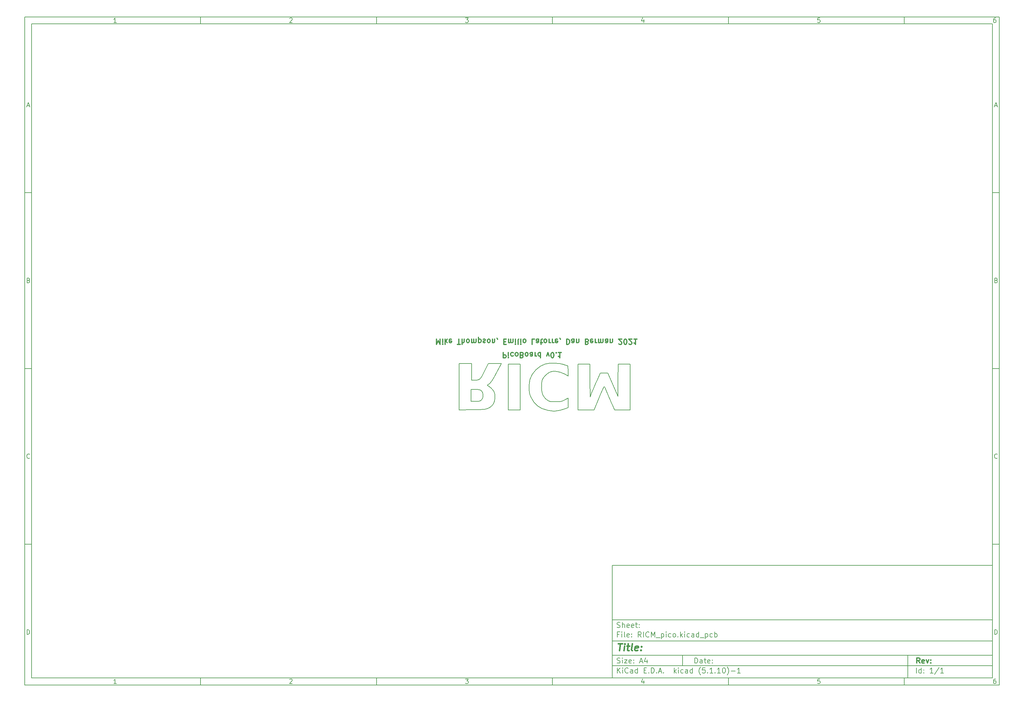
<source format=gbo>
%TF.GenerationSoftware,KiCad,Pcbnew,(5.1.10)-1*%
%TF.CreationDate,2021-07-11T23:03:33-04:00*%
%TF.ProjectId,RICM_pico,5249434d-5f70-4696-936f-2e6b69636164,rev?*%
%TF.SameCoordinates,Original*%
%TF.FileFunction,Legend,Bot*%
%TF.FilePolarity,Positive*%
%FSLAX46Y46*%
G04 Gerber Fmt 4.6, Leading zero omitted, Abs format (unit mm)*
G04 Created by KiCad (PCBNEW (5.1.10)-1) date 2021-07-11 23:03:33*
%MOMM*%
%LPD*%
G01*
G04 APERTURE LIST*
%ADD10C,0.100000*%
%ADD11C,0.150000*%
%ADD12C,0.300000*%
%ADD13C,0.400000*%
%ADD14C,0.200000*%
G04 APERTURE END LIST*
D10*
D11*
X177002200Y-166007200D02*
X177002200Y-198007200D01*
X285002200Y-198007200D01*
X285002200Y-166007200D01*
X177002200Y-166007200D01*
D10*
D11*
X10000000Y-10000000D02*
X10000000Y-200007200D01*
X287002200Y-200007200D01*
X287002200Y-10000000D01*
X10000000Y-10000000D01*
D10*
D11*
X12000000Y-12000000D02*
X12000000Y-198007200D01*
X285002200Y-198007200D01*
X285002200Y-12000000D01*
X12000000Y-12000000D01*
D10*
D11*
X60000000Y-12000000D02*
X60000000Y-10000000D01*
D10*
D11*
X110000000Y-12000000D02*
X110000000Y-10000000D01*
D10*
D11*
X160000000Y-12000000D02*
X160000000Y-10000000D01*
D10*
D11*
X210000000Y-12000000D02*
X210000000Y-10000000D01*
D10*
D11*
X260000000Y-12000000D02*
X260000000Y-10000000D01*
D10*
D11*
X36065476Y-11588095D02*
X35322619Y-11588095D01*
X35694047Y-11588095D02*
X35694047Y-10288095D01*
X35570238Y-10473809D01*
X35446428Y-10597619D01*
X35322619Y-10659523D01*
D10*
D11*
X85322619Y-10411904D02*
X85384523Y-10350000D01*
X85508333Y-10288095D01*
X85817857Y-10288095D01*
X85941666Y-10350000D01*
X86003571Y-10411904D01*
X86065476Y-10535714D01*
X86065476Y-10659523D01*
X86003571Y-10845238D01*
X85260714Y-11588095D01*
X86065476Y-11588095D01*
D10*
D11*
X135260714Y-10288095D02*
X136065476Y-10288095D01*
X135632142Y-10783333D01*
X135817857Y-10783333D01*
X135941666Y-10845238D01*
X136003571Y-10907142D01*
X136065476Y-11030952D01*
X136065476Y-11340476D01*
X136003571Y-11464285D01*
X135941666Y-11526190D01*
X135817857Y-11588095D01*
X135446428Y-11588095D01*
X135322619Y-11526190D01*
X135260714Y-11464285D01*
D10*
D11*
X185941666Y-10721428D02*
X185941666Y-11588095D01*
X185632142Y-10226190D02*
X185322619Y-11154761D01*
X186127380Y-11154761D01*
D10*
D11*
X236003571Y-10288095D02*
X235384523Y-10288095D01*
X235322619Y-10907142D01*
X235384523Y-10845238D01*
X235508333Y-10783333D01*
X235817857Y-10783333D01*
X235941666Y-10845238D01*
X236003571Y-10907142D01*
X236065476Y-11030952D01*
X236065476Y-11340476D01*
X236003571Y-11464285D01*
X235941666Y-11526190D01*
X235817857Y-11588095D01*
X235508333Y-11588095D01*
X235384523Y-11526190D01*
X235322619Y-11464285D01*
D10*
D11*
X285941666Y-10288095D02*
X285694047Y-10288095D01*
X285570238Y-10350000D01*
X285508333Y-10411904D01*
X285384523Y-10597619D01*
X285322619Y-10845238D01*
X285322619Y-11340476D01*
X285384523Y-11464285D01*
X285446428Y-11526190D01*
X285570238Y-11588095D01*
X285817857Y-11588095D01*
X285941666Y-11526190D01*
X286003571Y-11464285D01*
X286065476Y-11340476D01*
X286065476Y-11030952D01*
X286003571Y-10907142D01*
X285941666Y-10845238D01*
X285817857Y-10783333D01*
X285570238Y-10783333D01*
X285446428Y-10845238D01*
X285384523Y-10907142D01*
X285322619Y-11030952D01*
D10*
D11*
X60000000Y-198007200D02*
X60000000Y-200007200D01*
D10*
D11*
X110000000Y-198007200D02*
X110000000Y-200007200D01*
D10*
D11*
X160000000Y-198007200D02*
X160000000Y-200007200D01*
D10*
D11*
X210000000Y-198007200D02*
X210000000Y-200007200D01*
D10*
D11*
X260000000Y-198007200D02*
X260000000Y-200007200D01*
D10*
D11*
X36065476Y-199595295D02*
X35322619Y-199595295D01*
X35694047Y-199595295D02*
X35694047Y-198295295D01*
X35570238Y-198481009D01*
X35446428Y-198604819D01*
X35322619Y-198666723D01*
D10*
D11*
X85322619Y-198419104D02*
X85384523Y-198357200D01*
X85508333Y-198295295D01*
X85817857Y-198295295D01*
X85941666Y-198357200D01*
X86003571Y-198419104D01*
X86065476Y-198542914D01*
X86065476Y-198666723D01*
X86003571Y-198852438D01*
X85260714Y-199595295D01*
X86065476Y-199595295D01*
D10*
D11*
X135260714Y-198295295D02*
X136065476Y-198295295D01*
X135632142Y-198790533D01*
X135817857Y-198790533D01*
X135941666Y-198852438D01*
X136003571Y-198914342D01*
X136065476Y-199038152D01*
X136065476Y-199347676D01*
X136003571Y-199471485D01*
X135941666Y-199533390D01*
X135817857Y-199595295D01*
X135446428Y-199595295D01*
X135322619Y-199533390D01*
X135260714Y-199471485D01*
D10*
D11*
X185941666Y-198728628D02*
X185941666Y-199595295D01*
X185632142Y-198233390D02*
X185322619Y-199161961D01*
X186127380Y-199161961D01*
D10*
D11*
X236003571Y-198295295D02*
X235384523Y-198295295D01*
X235322619Y-198914342D01*
X235384523Y-198852438D01*
X235508333Y-198790533D01*
X235817857Y-198790533D01*
X235941666Y-198852438D01*
X236003571Y-198914342D01*
X236065476Y-199038152D01*
X236065476Y-199347676D01*
X236003571Y-199471485D01*
X235941666Y-199533390D01*
X235817857Y-199595295D01*
X235508333Y-199595295D01*
X235384523Y-199533390D01*
X235322619Y-199471485D01*
D10*
D11*
X285941666Y-198295295D02*
X285694047Y-198295295D01*
X285570238Y-198357200D01*
X285508333Y-198419104D01*
X285384523Y-198604819D01*
X285322619Y-198852438D01*
X285322619Y-199347676D01*
X285384523Y-199471485D01*
X285446428Y-199533390D01*
X285570238Y-199595295D01*
X285817857Y-199595295D01*
X285941666Y-199533390D01*
X286003571Y-199471485D01*
X286065476Y-199347676D01*
X286065476Y-199038152D01*
X286003571Y-198914342D01*
X285941666Y-198852438D01*
X285817857Y-198790533D01*
X285570238Y-198790533D01*
X285446428Y-198852438D01*
X285384523Y-198914342D01*
X285322619Y-199038152D01*
D10*
D11*
X10000000Y-60000000D02*
X12000000Y-60000000D01*
D10*
D11*
X10000000Y-110000000D02*
X12000000Y-110000000D01*
D10*
D11*
X10000000Y-160000000D02*
X12000000Y-160000000D01*
D10*
D11*
X10690476Y-35216666D02*
X11309523Y-35216666D01*
X10566666Y-35588095D02*
X11000000Y-34288095D01*
X11433333Y-35588095D01*
D10*
D11*
X11092857Y-84907142D02*
X11278571Y-84969047D01*
X11340476Y-85030952D01*
X11402380Y-85154761D01*
X11402380Y-85340476D01*
X11340476Y-85464285D01*
X11278571Y-85526190D01*
X11154761Y-85588095D01*
X10659523Y-85588095D01*
X10659523Y-84288095D01*
X11092857Y-84288095D01*
X11216666Y-84350000D01*
X11278571Y-84411904D01*
X11340476Y-84535714D01*
X11340476Y-84659523D01*
X11278571Y-84783333D01*
X11216666Y-84845238D01*
X11092857Y-84907142D01*
X10659523Y-84907142D01*
D10*
D11*
X11402380Y-135464285D02*
X11340476Y-135526190D01*
X11154761Y-135588095D01*
X11030952Y-135588095D01*
X10845238Y-135526190D01*
X10721428Y-135402380D01*
X10659523Y-135278571D01*
X10597619Y-135030952D01*
X10597619Y-134845238D01*
X10659523Y-134597619D01*
X10721428Y-134473809D01*
X10845238Y-134350000D01*
X11030952Y-134288095D01*
X11154761Y-134288095D01*
X11340476Y-134350000D01*
X11402380Y-134411904D01*
D10*
D11*
X10659523Y-185588095D02*
X10659523Y-184288095D01*
X10969047Y-184288095D01*
X11154761Y-184350000D01*
X11278571Y-184473809D01*
X11340476Y-184597619D01*
X11402380Y-184845238D01*
X11402380Y-185030952D01*
X11340476Y-185278571D01*
X11278571Y-185402380D01*
X11154761Y-185526190D01*
X10969047Y-185588095D01*
X10659523Y-185588095D01*
D10*
D11*
X287002200Y-60000000D02*
X285002200Y-60000000D01*
D10*
D11*
X287002200Y-110000000D02*
X285002200Y-110000000D01*
D10*
D11*
X287002200Y-160000000D02*
X285002200Y-160000000D01*
D10*
D11*
X285692676Y-35216666D02*
X286311723Y-35216666D01*
X285568866Y-35588095D02*
X286002200Y-34288095D01*
X286435533Y-35588095D01*
D10*
D11*
X286095057Y-84907142D02*
X286280771Y-84969047D01*
X286342676Y-85030952D01*
X286404580Y-85154761D01*
X286404580Y-85340476D01*
X286342676Y-85464285D01*
X286280771Y-85526190D01*
X286156961Y-85588095D01*
X285661723Y-85588095D01*
X285661723Y-84288095D01*
X286095057Y-84288095D01*
X286218866Y-84350000D01*
X286280771Y-84411904D01*
X286342676Y-84535714D01*
X286342676Y-84659523D01*
X286280771Y-84783333D01*
X286218866Y-84845238D01*
X286095057Y-84907142D01*
X285661723Y-84907142D01*
D10*
D11*
X286404580Y-135464285D02*
X286342676Y-135526190D01*
X286156961Y-135588095D01*
X286033152Y-135588095D01*
X285847438Y-135526190D01*
X285723628Y-135402380D01*
X285661723Y-135278571D01*
X285599819Y-135030952D01*
X285599819Y-134845238D01*
X285661723Y-134597619D01*
X285723628Y-134473809D01*
X285847438Y-134350000D01*
X286033152Y-134288095D01*
X286156961Y-134288095D01*
X286342676Y-134350000D01*
X286404580Y-134411904D01*
D10*
D11*
X285661723Y-185588095D02*
X285661723Y-184288095D01*
X285971247Y-184288095D01*
X286156961Y-184350000D01*
X286280771Y-184473809D01*
X286342676Y-184597619D01*
X286404580Y-184845238D01*
X286404580Y-185030952D01*
X286342676Y-185278571D01*
X286280771Y-185402380D01*
X286156961Y-185526190D01*
X285971247Y-185588095D01*
X285661723Y-185588095D01*
D10*
D11*
X200434342Y-193785771D02*
X200434342Y-192285771D01*
X200791485Y-192285771D01*
X201005771Y-192357200D01*
X201148628Y-192500057D01*
X201220057Y-192642914D01*
X201291485Y-192928628D01*
X201291485Y-193142914D01*
X201220057Y-193428628D01*
X201148628Y-193571485D01*
X201005771Y-193714342D01*
X200791485Y-193785771D01*
X200434342Y-193785771D01*
X202577200Y-193785771D02*
X202577200Y-193000057D01*
X202505771Y-192857200D01*
X202362914Y-192785771D01*
X202077200Y-192785771D01*
X201934342Y-192857200D01*
X202577200Y-193714342D02*
X202434342Y-193785771D01*
X202077200Y-193785771D01*
X201934342Y-193714342D01*
X201862914Y-193571485D01*
X201862914Y-193428628D01*
X201934342Y-193285771D01*
X202077200Y-193214342D01*
X202434342Y-193214342D01*
X202577200Y-193142914D01*
X203077200Y-192785771D02*
X203648628Y-192785771D01*
X203291485Y-192285771D02*
X203291485Y-193571485D01*
X203362914Y-193714342D01*
X203505771Y-193785771D01*
X203648628Y-193785771D01*
X204720057Y-193714342D02*
X204577200Y-193785771D01*
X204291485Y-193785771D01*
X204148628Y-193714342D01*
X204077200Y-193571485D01*
X204077200Y-193000057D01*
X204148628Y-192857200D01*
X204291485Y-192785771D01*
X204577200Y-192785771D01*
X204720057Y-192857200D01*
X204791485Y-193000057D01*
X204791485Y-193142914D01*
X204077200Y-193285771D01*
X205434342Y-193642914D02*
X205505771Y-193714342D01*
X205434342Y-193785771D01*
X205362914Y-193714342D01*
X205434342Y-193642914D01*
X205434342Y-193785771D01*
X205434342Y-192857200D02*
X205505771Y-192928628D01*
X205434342Y-193000057D01*
X205362914Y-192928628D01*
X205434342Y-192857200D01*
X205434342Y-193000057D01*
D10*
D11*
X177002200Y-194507200D02*
X285002200Y-194507200D01*
D10*
D11*
X178434342Y-196585771D02*
X178434342Y-195085771D01*
X179291485Y-196585771D02*
X178648628Y-195728628D01*
X179291485Y-195085771D02*
X178434342Y-195942914D01*
X179934342Y-196585771D02*
X179934342Y-195585771D01*
X179934342Y-195085771D02*
X179862914Y-195157200D01*
X179934342Y-195228628D01*
X180005771Y-195157200D01*
X179934342Y-195085771D01*
X179934342Y-195228628D01*
X181505771Y-196442914D02*
X181434342Y-196514342D01*
X181220057Y-196585771D01*
X181077200Y-196585771D01*
X180862914Y-196514342D01*
X180720057Y-196371485D01*
X180648628Y-196228628D01*
X180577200Y-195942914D01*
X180577200Y-195728628D01*
X180648628Y-195442914D01*
X180720057Y-195300057D01*
X180862914Y-195157200D01*
X181077200Y-195085771D01*
X181220057Y-195085771D01*
X181434342Y-195157200D01*
X181505771Y-195228628D01*
X182791485Y-196585771D02*
X182791485Y-195800057D01*
X182720057Y-195657200D01*
X182577200Y-195585771D01*
X182291485Y-195585771D01*
X182148628Y-195657200D01*
X182791485Y-196514342D02*
X182648628Y-196585771D01*
X182291485Y-196585771D01*
X182148628Y-196514342D01*
X182077200Y-196371485D01*
X182077200Y-196228628D01*
X182148628Y-196085771D01*
X182291485Y-196014342D01*
X182648628Y-196014342D01*
X182791485Y-195942914D01*
X184148628Y-196585771D02*
X184148628Y-195085771D01*
X184148628Y-196514342D02*
X184005771Y-196585771D01*
X183720057Y-196585771D01*
X183577200Y-196514342D01*
X183505771Y-196442914D01*
X183434342Y-196300057D01*
X183434342Y-195871485D01*
X183505771Y-195728628D01*
X183577200Y-195657200D01*
X183720057Y-195585771D01*
X184005771Y-195585771D01*
X184148628Y-195657200D01*
X186005771Y-195800057D02*
X186505771Y-195800057D01*
X186720057Y-196585771D02*
X186005771Y-196585771D01*
X186005771Y-195085771D01*
X186720057Y-195085771D01*
X187362914Y-196442914D02*
X187434342Y-196514342D01*
X187362914Y-196585771D01*
X187291485Y-196514342D01*
X187362914Y-196442914D01*
X187362914Y-196585771D01*
X188077200Y-196585771D02*
X188077200Y-195085771D01*
X188434342Y-195085771D01*
X188648628Y-195157200D01*
X188791485Y-195300057D01*
X188862914Y-195442914D01*
X188934342Y-195728628D01*
X188934342Y-195942914D01*
X188862914Y-196228628D01*
X188791485Y-196371485D01*
X188648628Y-196514342D01*
X188434342Y-196585771D01*
X188077200Y-196585771D01*
X189577200Y-196442914D02*
X189648628Y-196514342D01*
X189577200Y-196585771D01*
X189505771Y-196514342D01*
X189577200Y-196442914D01*
X189577200Y-196585771D01*
X190220057Y-196157200D02*
X190934342Y-196157200D01*
X190077200Y-196585771D02*
X190577200Y-195085771D01*
X191077200Y-196585771D01*
X191577200Y-196442914D02*
X191648628Y-196514342D01*
X191577200Y-196585771D01*
X191505771Y-196514342D01*
X191577200Y-196442914D01*
X191577200Y-196585771D01*
X194577200Y-196585771D02*
X194577200Y-195085771D01*
X194720057Y-196014342D02*
X195148628Y-196585771D01*
X195148628Y-195585771D02*
X194577200Y-196157200D01*
X195791485Y-196585771D02*
X195791485Y-195585771D01*
X195791485Y-195085771D02*
X195720057Y-195157200D01*
X195791485Y-195228628D01*
X195862914Y-195157200D01*
X195791485Y-195085771D01*
X195791485Y-195228628D01*
X197148628Y-196514342D02*
X197005771Y-196585771D01*
X196720057Y-196585771D01*
X196577200Y-196514342D01*
X196505771Y-196442914D01*
X196434342Y-196300057D01*
X196434342Y-195871485D01*
X196505771Y-195728628D01*
X196577200Y-195657200D01*
X196720057Y-195585771D01*
X197005771Y-195585771D01*
X197148628Y-195657200D01*
X198434342Y-196585771D02*
X198434342Y-195800057D01*
X198362914Y-195657200D01*
X198220057Y-195585771D01*
X197934342Y-195585771D01*
X197791485Y-195657200D01*
X198434342Y-196514342D02*
X198291485Y-196585771D01*
X197934342Y-196585771D01*
X197791485Y-196514342D01*
X197720057Y-196371485D01*
X197720057Y-196228628D01*
X197791485Y-196085771D01*
X197934342Y-196014342D01*
X198291485Y-196014342D01*
X198434342Y-195942914D01*
X199791485Y-196585771D02*
X199791485Y-195085771D01*
X199791485Y-196514342D02*
X199648628Y-196585771D01*
X199362914Y-196585771D01*
X199220057Y-196514342D01*
X199148628Y-196442914D01*
X199077200Y-196300057D01*
X199077200Y-195871485D01*
X199148628Y-195728628D01*
X199220057Y-195657200D01*
X199362914Y-195585771D01*
X199648628Y-195585771D01*
X199791485Y-195657200D01*
X202077200Y-197157200D02*
X202005771Y-197085771D01*
X201862914Y-196871485D01*
X201791485Y-196728628D01*
X201720057Y-196514342D01*
X201648628Y-196157200D01*
X201648628Y-195871485D01*
X201720057Y-195514342D01*
X201791485Y-195300057D01*
X201862914Y-195157200D01*
X202005771Y-194942914D01*
X202077200Y-194871485D01*
X203362914Y-195085771D02*
X202648628Y-195085771D01*
X202577200Y-195800057D01*
X202648628Y-195728628D01*
X202791485Y-195657200D01*
X203148628Y-195657200D01*
X203291485Y-195728628D01*
X203362914Y-195800057D01*
X203434342Y-195942914D01*
X203434342Y-196300057D01*
X203362914Y-196442914D01*
X203291485Y-196514342D01*
X203148628Y-196585771D01*
X202791485Y-196585771D01*
X202648628Y-196514342D01*
X202577200Y-196442914D01*
X204077200Y-196442914D02*
X204148628Y-196514342D01*
X204077200Y-196585771D01*
X204005771Y-196514342D01*
X204077200Y-196442914D01*
X204077200Y-196585771D01*
X205577200Y-196585771D02*
X204720057Y-196585771D01*
X205148628Y-196585771D02*
X205148628Y-195085771D01*
X205005771Y-195300057D01*
X204862914Y-195442914D01*
X204720057Y-195514342D01*
X206220057Y-196442914D02*
X206291485Y-196514342D01*
X206220057Y-196585771D01*
X206148628Y-196514342D01*
X206220057Y-196442914D01*
X206220057Y-196585771D01*
X207720057Y-196585771D02*
X206862914Y-196585771D01*
X207291485Y-196585771D02*
X207291485Y-195085771D01*
X207148628Y-195300057D01*
X207005771Y-195442914D01*
X206862914Y-195514342D01*
X208648628Y-195085771D02*
X208791485Y-195085771D01*
X208934342Y-195157200D01*
X209005771Y-195228628D01*
X209077200Y-195371485D01*
X209148628Y-195657200D01*
X209148628Y-196014342D01*
X209077200Y-196300057D01*
X209005771Y-196442914D01*
X208934342Y-196514342D01*
X208791485Y-196585771D01*
X208648628Y-196585771D01*
X208505771Y-196514342D01*
X208434342Y-196442914D01*
X208362914Y-196300057D01*
X208291485Y-196014342D01*
X208291485Y-195657200D01*
X208362914Y-195371485D01*
X208434342Y-195228628D01*
X208505771Y-195157200D01*
X208648628Y-195085771D01*
X209648628Y-197157200D02*
X209720057Y-197085771D01*
X209862914Y-196871485D01*
X209934342Y-196728628D01*
X210005771Y-196514342D01*
X210077200Y-196157200D01*
X210077200Y-195871485D01*
X210005771Y-195514342D01*
X209934342Y-195300057D01*
X209862914Y-195157200D01*
X209720057Y-194942914D01*
X209648628Y-194871485D01*
X210791485Y-196014342D02*
X211934342Y-196014342D01*
X213434342Y-196585771D02*
X212577200Y-196585771D01*
X213005771Y-196585771D02*
X213005771Y-195085771D01*
X212862914Y-195300057D01*
X212720057Y-195442914D01*
X212577200Y-195514342D01*
D10*
D11*
X177002200Y-191507200D02*
X285002200Y-191507200D01*
D10*
D12*
X264411485Y-193785771D02*
X263911485Y-193071485D01*
X263554342Y-193785771D02*
X263554342Y-192285771D01*
X264125771Y-192285771D01*
X264268628Y-192357200D01*
X264340057Y-192428628D01*
X264411485Y-192571485D01*
X264411485Y-192785771D01*
X264340057Y-192928628D01*
X264268628Y-193000057D01*
X264125771Y-193071485D01*
X263554342Y-193071485D01*
X265625771Y-193714342D02*
X265482914Y-193785771D01*
X265197200Y-193785771D01*
X265054342Y-193714342D01*
X264982914Y-193571485D01*
X264982914Y-193000057D01*
X265054342Y-192857200D01*
X265197200Y-192785771D01*
X265482914Y-192785771D01*
X265625771Y-192857200D01*
X265697200Y-193000057D01*
X265697200Y-193142914D01*
X264982914Y-193285771D01*
X266197200Y-192785771D02*
X266554342Y-193785771D01*
X266911485Y-192785771D01*
X267482914Y-193642914D02*
X267554342Y-193714342D01*
X267482914Y-193785771D01*
X267411485Y-193714342D01*
X267482914Y-193642914D01*
X267482914Y-193785771D01*
X267482914Y-192857200D02*
X267554342Y-192928628D01*
X267482914Y-193000057D01*
X267411485Y-192928628D01*
X267482914Y-192857200D01*
X267482914Y-193000057D01*
D10*
D11*
X178362914Y-193714342D02*
X178577200Y-193785771D01*
X178934342Y-193785771D01*
X179077200Y-193714342D01*
X179148628Y-193642914D01*
X179220057Y-193500057D01*
X179220057Y-193357200D01*
X179148628Y-193214342D01*
X179077200Y-193142914D01*
X178934342Y-193071485D01*
X178648628Y-193000057D01*
X178505771Y-192928628D01*
X178434342Y-192857200D01*
X178362914Y-192714342D01*
X178362914Y-192571485D01*
X178434342Y-192428628D01*
X178505771Y-192357200D01*
X178648628Y-192285771D01*
X179005771Y-192285771D01*
X179220057Y-192357200D01*
X179862914Y-193785771D02*
X179862914Y-192785771D01*
X179862914Y-192285771D02*
X179791485Y-192357200D01*
X179862914Y-192428628D01*
X179934342Y-192357200D01*
X179862914Y-192285771D01*
X179862914Y-192428628D01*
X180434342Y-192785771D02*
X181220057Y-192785771D01*
X180434342Y-193785771D01*
X181220057Y-193785771D01*
X182362914Y-193714342D02*
X182220057Y-193785771D01*
X181934342Y-193785771D01*
X181791485Y-193714342D01*
X181720057Y-193571485D01*
X181720057Y-193000057D01*
X181791485Y-192857200D01*
X181934342Y-192785771D01*
X182220057Y-192785771D01*
X182362914Y-192857200D01*
X182434342Y-193000057D01*
X182434342Y-193142914D01*
X181720057Y-193285771D01*
X183077200Y-193642914D02*
X183148628Y-193714342D01*
X183077200Y-193785771D01*
X183005771Y-193714342D01*
X183077200Y-193642914D01*
X183077200Y-193785771D01*
X183077200Y-192857200D02*
X183148628Y-192928628D01*
X183077200Y-193000057D01*
X183005771Y-192928628D01*
X183077200Y-192857200D01*
X183077200Y-193000057D01*
X184862914Y-193357200D02*
X185577200Y-193357200D01*
X184720057Y-193785771D02*
X185220057Y-192285771D01*
X185720057Y-193785771D01*
X186862914Y-192785771D02*
X186862914Y-193785771D01*
X186505771Y-192214342D02*
X186148628Y-193285771D01*
X187077200Y-193285771D01*
D10*
D11*
X263434342Y-196585771D02*
X263434342Y-195085771D01*
X264791485Y-196585771D02*
X264791485Y-195085771D01*
X264791485Y-196514342D02*
X264648628Y-196585771D01*
X264362914Y-196585771D01*
X264220057Y-196514342D01*
X264148628Y-196442914D01*
X264077200Y-196300057D01*
X264077200Y-195871485D01*
X264148628Y-195728628D01*
X264220057Y-195657200D01*
X264362914Y-195585771D01*
X264648628Y-195585771D01*
X264791485Y-195657200D01*
X265505771Y-196442914D02*
X265577200Y-196514342D01*
X265505771Y-196585771D01*
X265434342Y-196514342D01*
X265505771Y-196442914D01*
X265505771Y-196585771D01*
X265505771Y-195657200D02*
X265577200Y-195728628D01*
X265505771Y-195800057D01*
X265434342Y-195728628D01*
X265505771Y-195657200D01*
X265505771Y-195800057D01*
X268148628Y-196585771D02*
X267291485Y-196585771D01*
X267720057Y-196585771D02*
X267720057Y-195085771D01*
X267577200Y-195300057D01*
X267434342Y-195442914D01*
X267291485Y-195514342D01*
X269862914Y-195014342D02*
X268577200Y-196942914D01*
X271148628Y-196585771D02*
X270291485Y-196585771D01*
X270720057Y-196585771D02*
X270720057Y-195085771D01*
X270577200Y-195300057D01*
X270434342Y-195442914D01*
X270291485Y-195514342D01*
D10*
D11*
X177002200Y-187507200D02*
X285002200Y-187507200D01*
D10*
D13*
X178714580Y-188211961D02*
X179857438Y-188211961D01*
X179036009Y-190211961D02*
X179286009Y-188211961D01*
X180274104Y-190211961D02*
X180440771Y-188878628D01*
X180524104Y-188211961D02*
X180416961Y-188307200D01*
X180500295Y-188402438D01*
X180607438Y-188307200D01*
X180524104Y-188211961D01*
X180500295Y-188402438D01*
X181107438Y-188878628D02*
X181869342Y-188878628D01*
X181476485Y-188211961D02*
X181262200Y-189926247D01*
X181333628Y-190116723D01*
X181512200Y-190211961D01*
X181702676Y-190211961D01*
X182655057Y-190211961D02*
X182476485Y-190116723D01*
X182405057Y-189926247D01*
X182619342Y-188211961D01*
X184190771Y-190116723D02*
X183988390Y-190211961D01*
X183607438Y-190211961D01*
X183428866Y-190116723D01*
X183357438Y-189926247D01*
X183452676Y-189164342D01*
X183571723Y-188973866D01*
X183774104Y-188878628D01*
X184155057Y-188878628D01*
X184333628Y-188973866D01*
X184405057Y-189164342D01*
X184381247Y-189354819D01*
X183405057Y-189545295D01*
X185155057Y-190021485D02*
X185238390Y-190116723D01*
X185131247Y-190211961D01*
X185047914Y-190116723D01*
X185155057Y-190021485D01*
X185131247Y-190211961D01*
X185286009Y-188973866D02*
X185369342Y-189069104D01*
X185262200Y-189164342D01*
X185178866Y-189069104D01*
X185286009Y-188973866D01*
X185262200Y-189164342D01*
D10*
D11*
X178934342Y-185600057D02*
X178434342Y-185600057D01*
X178434342Y-186385771D02*
X178434342Y-184885771D01*
X179148628Y-184885771D01*
X179720057Y-186385771D02*
X179720057Y-185385771D01*
X179720057Y-184885771D02*
X179648628Y-184957200D01*
X179720057Y-185028628D01*
X179791485Y-184957200D01*
X179720057Y-184885771D01*
X179720057Y-185028628D01*
X180648628Y-186385771D02*
X180505771Y-186314342D01*
X180434342Y-186171485D01*
X180434342Y-184885771D01*
X181791485Y-186314342D02*
X181648628Y-186385771D01*
X181362914Y-186385771D01*
X181220057Y-186314342D01*
X181148628Y-186171485D01*
X181148628Y-185600057D01*
X181220057Y-185457200D01*
X181362914Y-185385771D01*
X181648628Y-185385771D01*
X181791485Y-185457200D01*
X181862914Y-185600057D01*
X181862914Y-185742914D01*
X181148628Y-185885771D01*
X182505771Y-186242914D02*
X182577200Y-186314342D01*
X182505771Y-186385771D01*
X182434342Y-186314342D01*
X182505771Y-186242914D01*
X182505771Y-186385771D01*
X182505771Y-185457200D02*
X182577200Y-185528628D01*
X182505771Y-185600057D01*
X182434342Y-185528628D01*
X182505771Y-185457200D01*
X182505771Y-185600057D01*
X185220057Y-186385771D02*
X184720057Y-185671485D01*
X184362914Y-186385771D02*
X184362914Y-184885771D01*
X184934342Y-184885771D01*
X185077200Y-184957200D01*
X185148628Y-185028628D01*
X185220057Y-185171485D01*
X185220057Y-185385771D01*
X185148628Y-185528628D01*
X185077200Y-185600057D01*
X184934342Y-185671485D01*
X184362914Y-185671485D01*
X185862914Y-186385771D02*
X185862914Y-184885771D01*
X187434342Y-186242914D02*
X187362914Y-186314342D01*
X187148628Y-186385771D01*
X187005771Y-186385771D01*
X186791485Y-186314342D01*
X186648628Y-186171485D01*
X186577200Y-186028628D01*
X186505771Y-185742914D01*
X186505771Y-185528628D01*
X186577200Y-185242914D01*
X186648628Y-185100057D01*
X186791485Y-184957200D01*
X187005771Y-184885771D01*
X187148628Y-184885771D01*
X187362914Y-184957200D01*
X187434342Y-185028628D01*
X188077200Y-186385771D02*
X188077200Y-184885771D01*
X188577200Y-185957200D01*
X189077200Y-184885771D01*
X189077200Y-186385771D01*
X189434342Y-186528628D02*
X190577200Y-186528628D01*
X190934342Y-185385771D02*
X190934342Y-186885771D01*
X190934342Y-185457200D02*
X191077200Y-185385771D01*
X191362914Y-185385771D01*
X191505771Y-185457200D01*
X191577200Y-185528628D01*
X191648628Y-185671485D01*
X191648628Y-186100057D01*
X191577200Y-186242914D01*
X191505771Y-186314342D01*
X191362914Y-186385771D01*
X191077200Y-186385771D01*
X190934342Y-186314342D01*
X192291485Y-186385771D02*
X192291485Y-185385771D01*
X192291485Y-184885771D02*
X192220057Y-184957200D01*
X192291485Y-185028628D01*
X192362914Y-184957200D01*
X192291485Y-184885771D01*
X192291485Y-185028628D01*
X193648628Y-186314342D02*
X193505771Y-186385771D01*
X193220057Y-186385771D01*
X193077200Y-186314342D01*
X193005771Y-186242914D01*
X192934342Y-186100057D01*
X192934342Y-185671485D01*
X193005771Y-185528628D01*
X193077200Y-185457200D01*
X193220057Y-185385771D01*
X193505771Y-185385771D01*
X193648628Y-185457200D01*
X194505771Y-186385771D02*
X194362914Y-186314342D01*
X194291485Y-186242914D01*
X194220057Y-186100057D01*
X194220057Y-185671485D01*
X194291485Y-185528628D01*
X194362914Y-185457200D01*
X194505771Y-185385771D01*
X194720057Y-185385771D01*
X194862914Y-185457200D01*
X194934342Y-185528628D01*
X195005771Y-185671485D01*
X195005771Y-186100057D01*
X194934342Y-186242914D01*
X194862914Y-186314342D01*
X194720057Y-186385771D01*
X194505771Y-186385771D01*
X195648628Y-186242914D02*
X195720057Y-186314342D01*
X195648628Y-186385771D01*
X195577200Y-186314342D01*
X195648628Y-186242914D01*
X195648628Y-186385771D01*
X196362914Y-186385771D02*
X196362914Y-184885771D01*
X196505771Y-185814342D02*
X196934342Y-186385771D01*
X196934342Y-185385771D02*
X196362914Y-185957200D01*
X197577200Y-186385771D02*
X197577200Y-185385771D01*
X197577200Y-184885771D02*
X197505771Y-184957200D01*
X197577200Y-185028628D01*
X197648628Y-184957200D01*
X197577200Y-184885771D01*
X197577200Y-185028628D01*
X198934342Y-186314342D02*
X198791485Y-186385771D01*
X198505771Y-186385771D01*
X198362914Y-186314342D01*
X198291485Y-186242914D01*
X198220057Y-186100057D01*
X198220057Y-185671485D01*
X198291485Y-185528628D01*
X198362914Y-185457200D01*
X198505771Y-185385771D01*
X198791485Y-185385771D01*
X198934342Y-185457200D01*
X200220057Y-186385771D02*
X200220057Y-185600057D01*
X200148628Y-185457200D01*
X200005771Y-185385771D01*
X199720057Y-185385771D01*
X199577200Y-185457200D01*
X200220057Y-186314342D02*
X200077200Y-186385771D01*
X199720057Y-186385771D01*
X199577200Y-186314342D01*
X199505771Y-186171485D01*
X199505771Y-186028628D01*
X199577200Y-185885771D01*
X199720057Y-185814342D01*
X200077200Y-185814342D01*
X200220057Y-185742914D01*
X201577200Y-186385771D02*
X201577200Y-184885771D01*
X201577200Y-186314342D02*
X201434342Y-186385771D01*
X201148628Y-186385771D01*
X201005771Y-186314342D01*
X200934342Y-186242914D01*
X200862914Y-186100057D01*
X200862914Y-185671485D01*
X200934342Y-185528628D01*
X201005771Y-185457200D01*
X201148628Y-185385771D01*
X201434342Y-185385771D01*
X201577200Y-185457200D01*
X201934342Y-186528628D02*
X203077200Y-186528628D01*
X203434342Y-185385771D02*
X203434342Y-186885771D01*
X203434342Y-185457200D02*
X203577200Y-185385771D01*
X203862914Y-185385771D01*
X204005771Y-185457200D01*
X204077200Y-185528628D01*
X204148628Y-185671485D01*
X204148628Y-186100057D01*
X204077200Y-186242914D01*
X204005771Y-186314342D01*
X203862914Y-186385771D01*
X203577200Y-186385771D01*
X203434342Y-186314342D01*
X205434342Y-186314342D02*
X205291485Y-186385771D01*
X205005771Y-186385771D01*
X204862914Y-186314342D01*
X204791485Y-186242914D01*
X204720057Y-186100057D01*
X204720057Y-185671485D01*
X204791485Y-185528628D01*
X204862914Y-185457200D01*
X205005771Y-185385771D01*
X205291485Y-185385771D01*
X205434342Y-185457200D01*
X206077200Y-186385771D02*
X206077200Y-184885771D01*
X206077200Y-185457200D02*
X206220057Y-185385771D01*
X206505771Y-185385771D01*
X206648628Y-185457200D01*
X206720057Y-185528628D01*
X206791485Y-185671485D01*
X206791485Y-186100057D01*
X206720057Y-186242914D01*
X206648628Y-186314342D01*
X206505771Y-186385771D01*
X206220057Y-186385771D01*
X206077200Y-186314342D01*
D10*
D11*
X177002200Y-181507200D02*
X285002200Y-181507200D01*
D10*
D11*
X178362914Y-183614342D02*
X178577200Y-183685771D01*
X178934342Y-183685771D01*
X179077200Y-183614342D01*
X179148628Y-183542914D01*
X179220057Y-183400057D01*
X179220057Y-183257200D01*
X179148628Y-183114342D01*
X179077200Y-183042914D01*
X178934342Y-182971485D01*
X178648628Y-182900057D01*
X178505771Y-182828628D01*
X178434342Y-182757200D01*
X178362914Y-182614342D01*
X178362914Y-182471485D01*
X178434342Y-182328628D01*
X178505771Y-182257200D01*
X178648628Y-182185771D01*
X179005771Y-182185771D01*
X179220057Y-182257200D01*
X179862914Y-183685771D02*
X179862914Y-182185771D01*
X180505771Y-183685771D02*
X180505771Y-182900057D01*
X180434342Y-182757200D01*
X180291485Y-182685771D01*
X180077200Y-182685771D01*
X179934342Y-182757200D01*
X179862914Y-182828628D01*
X181791485Y-183614342D02*
X181648628Y-183685771D01*
X181362914Y-183685771D01*
X181220057Y-183614342D01*
X181148628Y-183471485D01*
X181148628Y-182900057D01*
X181220057Y-182757200D01*
X181362914Y-182685771D01*
X181648628Y-182685771D01*
X181791485Y-182757200D01*
X181862914Y-182900057D01*
X181862914Y-183042914D01*
X181148628Y-183185771D01*
X183077200Y-183614342D02*
X182934342Y-183685771D01*
X182648628Y-183685771D01*
X182505771Y-183614342D01*
X182434342Y-183471485D01*
X182434342Y-182900057D01*
X182505771Y-182757200D01*
X182648628Y-182685771D01*
X182934342Y-182685771D01*
X183077200Y-182757200D01*
X183148628Y-182900057D01*
X183148628Y-183042914D01*
X182434342Y-183185771D01*
X183577200Y-182685771D02*
X184148628Y-182685771D01*
X183791485Y-182185771D02*
X183791485Y-183471485D01*
X183862914Y-183614342D01*
X184005771Y-183685771D01*
X184148628Y-183685771D01*
X184648628Y-183542914D02*
X184720057Y-183614342D01*
X184648628Y-183685771D01*
X184577200Y-183614342D01*
X184648628Y-183542914D01*
X184648628Y-183685771D01*
X184648628Y-182757200D02*
X184720057Y-182828628D01*
X184648628Y-182900057D01*
X184577200Y-182828628D01*
X184648628Y-182757200D01*
X184648628Y-182900057D01*
D10*
D11*
X197002200Y-191507200D02*
X197002200Y-194507200D01*
D10*
D11*
X261002200Y-191507200D02*
X261002200Y-198007200D01*
D14*
X164463200Y-121091400D02*
X163627560Y-121477986D01*
X164463200Y-119737582D02*
X164463200Y-121091400D01*
X153614529Y-117503530D02*
G75*
G03*
X153881464Y-118147625I6962471J2508130D01*
G01*
X153464043Y-116950014D02*
G75*
G03*
X153616329Y-117508520I3546932J667118D01*
G01*
X163267357Y-111486675D02*
G75*
G03*
X162219711Y-111061459I-3384811J-6836284D01*
G01*
X162214892Y-111059910D02*
G75*
G03*
X161170185Y-110821707I-1897511J-5912042D01*
G01*
X156941096Y-121344592D02*
G75*
G03*
X158496408Y-121840846I3378343J7902687D01*
G01*
X154714532Y-119560587D02*
G75*
G03*
X155711248Y-120607949I4346294J3138185D01*
G01*
X156565936Y-109332327D02*
G75*
G03*
X155284796Y-110363263I4143272J-6460330D01*
G01*
X164421428Y-110680085D02*
X164479583Y-112087510D01*
X160627355Y-108476575D02*
G75*
G03*
X159094496Y-108506748I-468619J-15144629D01*
G01*
X153390943Y-116329633D02*
G75*
G03*
X153464395Y-116951885I4542539J220750D01*
G01*
X153390752Y-116325675D02*
X153372166Y-115447625D01*
X153393374Y-114773997D02*
X153449976Y-114073073D01*
X153625761Y-113012547D02*
G75*
G03*
X153530292Y-113443205I3110827J-915523D01*
G01*
X154250460Y-111645975D02*
G75*
G03*
X153625008Y-113015108I4437838J-2854734D01*
G01*
X155282678Y-110365379D02*
G75*
G03*
X154248066Y-111649700I5442315J-5443061D01*
G01*
X155708586Y-120605817D02*
G75*
G03*
X156946652Y-121346964I3324286J4148478D01*
G01*
X153883586Y-118152126D02*
G75*
G03*
X154715205Y-119561517I8012194J3777595D01*
G01*
X153372166Y-115447625D02*
X153393374Y-114773997D01*
X153449976Y-114073073D02*
X153530292Y-113443205D01*
X157927886Y-108714132D02*
G75*
G03*
X156570305Y-109329527I1443361J-4989235D01*
G01*
X159097007Y-108506572D02*
G75*
G03*
X157930756Y-108713303I392147J-5605244D01*
G01*
X162141245Y-108599754D02*
G75*
G03*
X160616417Y-108476240I-1981513J-14988513D01*
G01*
X163261999Y-108873986D02*
G75*
G03*
X162129579Y-108598216I-1835465J-5074165D01*
G01*
X163263273Y-108874448D02*
X164363273Y-109272661D01*
X164363273Y-109272661D02*
X164421428Y-110680085D01*
X164479583Y-112087510D02*
X163270218Y-111488092D01*
X142771779Y-120583333D02*
G75*
G03*
X143069293Y-120246046I-2424249J2438234D01*
G01*
X163513273Y-118911704D02*
X164463273Y-118375783D01*
X161170313Y-110821724D02*
G75*
G03*
X160206573Y-110781401I-691258J-4984248D01*
G01*
X137063273Y-108547625D02*
X137063273Y-110947625D01*
X137852154Y-113347625D02*
G75*
G03*
X138796481Y-113252152I-1904J4736798D01*
G01*
X141663883Y-114614348D02*
G75*
G03*
X141520711Y-114687093I611045J-1379877D01*
G01*
X162431529Y-119354008D02*
G75*
G03*
X162931932Y-119198593I-508232J2519697D01*
G01*
X133463273Y-108547625D02*
X135263273Y-108547625D01*
X158059623Y-118590309D02*
G75*
G03*
X158376598Y-118870842I2068555J2017922D01*
G01*
X140699120Y-110771555D02*
X141763273Y-108574823D01*
X142736695Y-113557242D02*
G75*
G03*
X143393638Y-112515809I-10131270J7118791D01*
G01*
X162934268Y-119197596D02*
G75*
G03*
X163513273Y-118911704I-2307942J5403439D01*
G01*
X141763273Y-108574823D02*
X143619836Y-108561224D01*
X164463273Y-118375783D02*
X164463273Y-119729601D01*
X137063273Y-113347625D02*
X137850253Y-113347625D01*
X159280447Y-119358588D02*
G75*
G03*
X159820421Y-119430143I634873J2717765D01*
G01*
X161823532Y-119427387D02*
G75*
G03*
X162430074Y-119354301I-161047J3889965D01*
G01*
X160848367Y-119447625D02*
X161824109Y-119427362D01*
X163627560Y-121477986D02*
X162183547Y-121853924D01*
X160405461Y-122111908D02*
G75*
G03*
X161182231Y-122051734I18473J4805128D01*
G01*
X158698805Y-111349044D02*
G75*
G03*
X157969336Y-111979887I3598847J-4898676D01*
G01*
X133463273Y-115162917D02*
X133463273Y-108547625D01*
X141663142Y-114614675D02*
G75*
G03*
X142167807Y-114256625I-631552J1424841D01*
G01*
X138796443Y-113252159D02*
G75*
G03*
X139396542Y-112948748I-254493J1248501D01*
G01*
X159820421Y-119430143D02*
X160848367Y-119447625D01*
X162183547Y-121853924D02*
X161182231Y-122051734D01*
X157729941Y-118218812D02*
G75*
G03*
X158059472Y-118590155I4101920J3308171D01*
G01*
X159603053Y-122047711D02*
X158496408Y-121840846D01*
X160208538Y-110781296D02*
G75*
G03*
X159415588Y-110953602I135452J-2534062D01*
G01*
X157369939Y-112694144D02*
G75*
G03*
X157061915Y-113340629I1688590J-1201166D01*
G01*
X157246306Y-117471746D02*
G75*
G03*
X157443746Y-117827998I2337051J1062386D01*
G01*
X135263273Y-108547625D02*
X137063273Y-108547625D01*
X156892899Y-114315296D02*
G75*
G03*
X156876384Y-115498769I10100806J-732803D01*
G01*
X143619836Y-108561224D02*
X145476399Y-108547625D01*
X142164791Y-114259837D02*
G75*
G03*
X142731629Y-113564447I-4627260J4350575D01*
G01*
X141480667Y-114744696D02*
G75*
G03*
X141504736Y-114801121I55980J-9467D01*
G01*
X141504285Y-114800814D02*
G75*
G03*
X141620662Y-114866754I459213J674787D01*
G01*
X142061873Y-115138577D02*
G75*
G03*
X141620662Y-114866754I-1360393J-1714140D01*
G01*
X139917134Y-112289057D02*
X140699120Y-110771555D01*
X143071182Y-116115673D02*
G75*
G03*
X142591449Y-115603292I-5478056J-4648242D01*
G01*
X141520682Y-114687110D02*
G75*
G03*
X141480666Y-114744702I41187J-71315D01*
G01*
X158376817Y-118871009D02*
G75*
G03*
X158865963Y-119195460I2719656J3569235D01*
G01*
X159413770Y-110954317D02*
G75*
G03*
X158699488Y-111348543I1160542J-2946947D01*
G01*
X137063273Y-110947625D02*
X137063273Y-113347625D01*
X145476399Y-108547625D02*
X144224663Y-110974831D01*
X144224663Y-110974831D02*
X143393638Y-112515809D01*
X142588947Y-115600870D02*
G75*
G03*
X142062481Y-115139060I-4984430J-5151283D01*
G01*
X157062464Y-113338655D02*
G75*
G03*
X156892897Y-114315320I4807678J-1337752D01*
G01*
X156994157Y-116638289D02*
G75*
G03*
X157245896Y-117470842I3245716J527070D01*
G01*
X157442755Y-117826503D02*
G75*
G03*
X157732248Y-118221669I4334488J2871756D01*
G01*
X139396554Y-112948737D02*
G75*
G03*
X139917134Y-112289057I-1689841J1868766D01*
G01*
X158865300Y-119195082D02*
G75*
G03*
X159281099Y-119358741I765417J1334615D01*
G01*
X143369895Y-116560431D02*
G75*
G03*
X143074535Y-116119627I-2097250J-1085903D01*
G01*
X143597690Y-117267388D02*
G75*
G03*
X143370456Y-116561516I-2222679J-326010D01*
G01*
X143653441Y-118197051D02*
G75*
G03*
X143597778Y-117267991I-5446341J139888D01*
G01*
X143548612Y-119142550D02*
G75*
G03*
X143653416Y-118198038I-5513291J1089829D01*
G01*
X157969567Y-111979652D02*
G75*
G03*
X157369399Y-112694901I4144771J-4087315D01*
G01*
X143284499Y-119906018D02*
G75*
G03*
X143548188Y-119144695I-2611435J1330815D01*
G01*
X159605496Y-122048094D02*
G75*
G03*
X160406885Y-122111914I820184J5235668D01*
G01*
X143070121Y-120244974D02*
G75*
G03*
X143283915Y-119907162I-1713853J1321223D01*
G01*
X156876491Y-115501172D02*
G75*
G03*
X156994534Y-116640602I9791879J438586D01*
G01*
X150863273Y-115247625D02*
X150863273Y-121747625D01*
X138155482Y-119347625D02*
X138855353Y-119329806D01*
X141401173Y-121435428D02*
G75*
G03*
X142033915Y-121149195I-1183671J3459084D01*
G01*
X170674967Y-113397625D02*
X170686661Y-118047625D01*
X174678315Y-111247625D02*
X175741828Y-111247625D01*
X176379679Y-118871375D02*
X175981472Y-117942964D01*
X138856170Y-119329764D02*
G75*
G03*
X139280560Y-119264909I-109845J2139740D01*
G01*
X139219425Y-116031211D02*
G75*
G03*
X138781131Y-115966501I-581681J-2423137D01*
G01*
X168963273Y-108747625D02*
X170663273Y-108747625D01*
X178670782Y-108747625D02*
X180367027Y-108747625D01*
X177052413Y-120397625D02*
X176759696Y-119743303D01*
X150863273Y-121747625D02*
X149163273Y-121747625D01*
X136863273Y-115947625D02*
X136863273Y-117647625D01*
X147463273Y-115247625D02*
X147463273Y-108747625D01*
X176759696Y-119743303D02*
X176379679Y-118871375D01*
X138781131Y-115966501D02*
X138125560Y-115947625D01*
X149163273Y-108747625D02*
X150863273Y-108747625D01*
X182063273Y-115247625D02*
X182063273Y-121747625D01*
X138125560Y-115947625D02*
X136863273Y-115947625D01*
X167263273Y-115247625D02*
X167263273Y-108747625D01*
X139719150Y-121660559D02*
X137313273Y-121712917D01*
X133463273Y-121778210D02*
X133463273Y-115162917D01*
X139716811Y-121660620D02*
G75*
G03*
X140740526Y-121586166I-292464J11096233D01*
G01*
X140157622Y-116876111D02*
G75*
G03*
X139825560Y-116355416I-1172721J-381646D01*
G01*
X171530028Y-115970861D02*
X171913593Y-115071375D01*
X150863273Y-108747625D02*
X150863273Y-115247625D01*
X182063273Y-121747625D02*
X179865264Y-121747625D01*
X149163273Y-121747625D02*
X147463273Y-121747625D01*
X178617027Y-113297625D02*
X178670782Y-108747625D01*
X147463273Y-108747625D02*
X149163273Y-108747625D01*
X170686661Y-118047625D02*
X171250810Y-116647625D01*
X136863273Y-117647625D02*
X136863273Y-119347625D01*
X142032407Y-121150057D02*
G75*
G03*
X142416756Y-120894105I-1685049J2946895D01*
G01*
X172329043Y-114115787D02*
X172714881Y-113247625D01*
X147463273Y-121747625D02*
X147463273Y-115247625D01*
X139855911Y-118909450D02*
G75*
G03*
X140174864Y-118350209I-1028030J956892D01*
G01*
X173614801Y-111247625D02*
X174678315Y-111247625D01*
X177152550Y-114547625D02*
X178563273Y-117847625D01*
X140175095Y-118349426D02*
G75*
G03*
X140277862Y-117606815I-2418334J713080D01*
G01*
X137313273Y-121712917D02*
X133463273Y-121778210D01*
X179865264Y-121747625D02*
X177667255Y-121747625D01*
X177667255Y-121747625D02*
X177052413Y-120397625D01*
X139281012Y-119264793D02*
G75*
G03*
X139584615Y-119133955I-268354J1040368D01*
G01*
X140277842Y-117605196D02*
G75*
G03*
X140157742Y-116876480I-2455118J-30375D01*
G01*
X170663273Y-108747625D02*
X170674967Y-113397625D01*
X171250810Y-116647625D02*
X171530028Y-115970861D01*
X180367027Y-108747625D02*
X182063273Y-108747625D01*
X175981472Y-117942964D02*
X175625653Y-117097625D01*
X175625653Y-117097625D02*
X175304468Y-116350093D01*
X136863273Y-119347625D02*
X138155482Y-119347625D01*
X172714881Y-113247625D02*
X173614801Y-111247625D01*
X142414481Y-120895853D02*
G75*
G03*
X142770996Y-120584112I-2265203J2950276D01*
G01*
X175741828Y-111247625D02*
X177152550Y-114547625D01*
X178563273Y-117847625D02*
X178617027Y-113297625D01*
X182063273Y-108747625D02*
X182063273Y-115247625D01*
X175011759Y-115720437D02*
X174750606Y-115193589D01*
X175304468Y-116350093D02*
X175011759Y-115720437D01*
X174750583Y-115193545D02*
G75*
G03*
X174675941Y-115147625I-74642J-37705D01*
G01*
X139825740Y-116355583D02*
G75*
G03*
X139544313Y-116154593I-909232J-975586D01*
G01*
X139544423Y-116154652D02*
G75*
G03*
X139219025Y-116031116I-644873J-1208296D01*
G01*
X140742721Y-121585903D02*
G75*
G03*
X141398675Y-121436281I-383800J3195306D01*
G01*
X167263273Y-108747625D02*
X168963273Y-108747625D01*
X171913593Y-115071375D02*
X172329043Y-114115787D01*
X139583876Y-119134419D02*
G75*
G03*
X139855482Y-118909912I-722635J1150781D01*
G01*
X167263273Y-121747625D02*
X167263273Y-115247625D01*
X171782366Y-121747625D02*
X169522819Y-121747625D01*
X174599601Y-115196294D02*
X174173869Y-116117000D01*
X173160257Y-118447625D02*
X171782366Y-121747625D01*
X173698451Y-117182429D02*
X173160257Y-118447625D01*
X174675885Y-115147624D02*
G75*
G03*
X174599601Y-115196294I56J-84206D01*
G01*
X169522819Y-121747625D02*
X167263273Y-121747625D01*
X174173869Y-116117000D02*
X173698451Y-117182429D01*
D12*
X127068428Y-101616828D02*
X127068428Y-103116828D01*
X127568428Y-102045400D01*
X128068428Y-103116828D01*
X128068428Y-101616828D01*
X128782714Y-101616828D02*
X128782714Y-102616828D01*
X128782714Y-103116828D02*
X128711285Y-103045400D01*
X128782714Y-102973971D01*
X128854142Y-103045400D01*
X128782714Y-103116828D01*
X128782714Y-102973971D01*
X129497000Y-101616828D02*
X129497000Y-103116828D01*
X129639857Y-102188257D02*
X130068428Y-101616828D01*
X130068428Y-102616828D02*
X129497000Y-102045400D01*
X131282714Y-101688257D02*
X131139857Y-101616828D01*
X130854142Y-101616828D01*
X130711285Y-101688257D01*
X130639857Y-101831114D01*
X130639857Y-102402542D01*
X130711285Y-102545400D01*
X130854142Y-102616828D01*
X131139857Y-102616828D01*
X131282714Y-102545400D01*
X131354142Y-102402542D01*
X131354142Y-102259685D01*
X130639857Y-102116828D01*
X132925571Y-103116828D02*
X133782714Y-103116828D01*
X133354142Y-101616828D02*
X133354142Y-103116828D01*
X134282714Y-101616828D02*
X134282714Y-103116828D01*
X134925571Y-101616828D02*
X134925571Y-102402542D01*
X134854142Y-102545400D01*
X134711285Y-102616828D01*
X134497000Y-102616828D01*
X134354142Y-102545400D01*
X134282714Y-102473971D01*
X135854142Y-101616828D02*
X135711285Y-101688257D01*
X135639857Y-101759685D01*
X135568428Y-101902542D01*
X135568428Y-102331114D01*
X135639857Y-102473971D01*
X135711285Y-102545400D01*
X135854142Y-102616828D01*
X136068428Y-102616828D01*
X136211285Y-102545400D01*
X136282714Y-102473971D01*
X136354142Y-102331114D01*
X136354142Y-101902542D01*
X136282714Y-101759685D01*
X136211285Y-101688257D01*
X136068428Y-101616828D01*
X135854142Y-101616828D01*
X136997000Y-101616828D02*
X136997000Y-102616828D01*
X136997000Y-102473971D02*
X137068428Y-102545400D01*
X137211285Y-102616828D01*
X137425571Y-102616828D01*
X137568428Y-102545400D01*
X137639857Y-102402542D01*
X137639857Y-101616828D01*
X137639857Y-102402542D02*
X137711285Y-102545400D01*
X137854142Y-102616828D01*
X138068428Y-102616828D01*
X138211285Y-102545400D01*
X138282714Y-102402542D01*
X138282714Y-101616828D01*
X138997000Y-102616828D02*
X138997000Y-101116828D01*
X138997000Y-102545400D02*
X139139857Y-102616828D01*
X139425571Y-102616828D01*
X139568428Y-102545400D01*
X139639857Y-102473971D01*
X139711285Y-102331114D01*
X139711285Y-101902542D01*
X139639857Y-101759685D01*
X139568428Y-101688257D01*
X139425571Y-101616828D01*
X139139857Y-101616828D01*
X138997000Y-101688257D01*
X140282714Y-101688257D02*
X140425571Y-101616828D01*
X140711285Y-101616828D01*
X140854142Y-101688257D01*
X140925571Y-101831114D01*
X140925571Y-101902542D01*
X140854142Y-102045400D01*
X140711285Y-102116828D01*
X140497000Y-102116828D01*
X140354142Y-102188257D01*
X140282714Y-102331114D01*
X140282714Y-102402542D01*
X140354142Y-102545400D01*
X140497000Y-102616828D01*
X140711285Y-102616828D01*
X140854142Y-102545400D01*
X141782714Y-101616828D02*
X141639857Y-101688257D01*
X141568428Y-101759685D01*
X141497000Y-101902542D01*
X141497000Y-102331114D01*
X141568428Y-102473971D01*
X141639857Y-102545400D01*
X141782714Y-102616828D01*
X141997000Y-102616828D01*
X142139857Y-102545400D01*
X142211285Y-102473971D01*
X142282714Y-102331114D01*
X142282714Y-101902542D01*
X142211285Y-101759685D01*
X142139857Y-101688257D01*
X141997000Y-101616828D01*
X141782714Y-101616828D01*
X142925571Y-102616828D02*
X142925571Y-101616828D01*
X142925571Y-102473971D02*
X142997000Y-102545400D01*
X143139857Y-102616828D01*
X143354142Y-102616828D01*
X143497000Y-102545400D01*
X143568428Y-102402542D01*
X143568428Y-101616828D01*
X144354142Y-101688257D02*
X144354142Y-101616828D01*
X144282714Y-101473971D01*
X144211285Y-101402542D01*
X146139857Y-102402542D02*
X146639857Y-102402542D01*
X146854142Y-101616828D02*
X146139857Y-101616828D01*
X146139857Y-103116828D01*
X146854142Y-103116828D01*
X147497000Y-101616828D02*
X147497000Y-102616828D01*
X147497000Y-102473971D02*
X147568428Y-102545400D01*
X147711285Y-102616828D01*
X147925571Y-102616828D01*
X148068428Y-102545400D01*
X148139857Y-102402542D01*
X148139857Y-101616828D01*
X148139857Y-102402542D02*
X148211285Y-102545400D01*
X148354142Y-102616828D01*
X148568428Y-102616828D01*
X148711285Y-102545400D01*
X148782714Y-102402542D01*
X148782714Y-101616828D01*
X149497000Y-101616828D02*
X149497000Y-102616828D01*
X149497000Y-103116828D02*
X149425571Y-103045400D01*
X149497000Y-102973971D01*
X149568428Y-103045400D01*
X149497000Y-103116828D01*
X149497000Y-102973971D01*
X150425571Y-101616828D02*
X150282714Y-101688257D01*
X150211285Y-101831114D01*
X150211285Y-103116828D01*
X150997000Y-101616828D02*
X150997000Y-102616828D01*
X150997000Y-103116828D02*
X150925571Y-103045400D01*
X150997000Y-102973971D01*
X151068428Y-103045400D01*
X150997000Y-103116828D01*
X150997000Y-102973971D01*
X151925571Y-101616828D02*
X151782714Y-101688257D01*
X151711285Y-101759685D01*
X151639857Y-101902542D01*
X151639857Y-102331114D01*
X151711285Y-102473971D01*
X151782714Y-102545400D01*
X151925571Y-102616828D01*
X152139857Y-102616828D01*
X152282714Y-102545400D01*
X152354142Y-102473971D01*
X152425571Y-102331114D01*
X152425571Y-101902542D01*
X152354142Y-101759685D01*
X152282714Y-101688257D01*
X152139857Y-101616828D01*
X151925571Y-101616828D01*
X154925571Y-101616828D02*
X154211285Y-101616828D01*
X154211285Y-103116828D01*
X156068428Y-101616828D02*
X156068428Y-102402542D01*
X155997000Y-102545400D01*
X155854142Y-102616828D01*
X155568428Y-102616828D01*
X155425571Y-102545400D01*
X156068428Y-101688257D02*
X155925571Y-101616828D01*
X155568428Y-101616828D01*
X155425571Y-101688257D01*
X155354142Y-101831114D01*
X155354142Y-101973971D01*
X155425571Y-102116828D01*
X155568428Y-102188257D01*
X155925571Y-102188257D01*
X156068428Y-102259685D01*
X156568428Y-102616828D02*
X157139857Y-102616828D01*
X156782714Y-103116828D02*
X156782714Y-101831114D01*
X156854142Y-101688257D01*
X156997000Y-101616828D01*
X157139857Y-101616828D01*
X157854142Y-101616828D02*
X157711285Y-101688257D01*
X157639857Y-101759685D01*
X157568428Y-101902542D01*
X157568428Y-102331114D01*
X157639857Y-102473971D01*
X157711285Y-102545400D01*
X157854142Y-102616828D01*
X158068428Y-102616828D01*
X158211285Y-102545400D01*
X158282714Y-102473971D01*
X158354142Y-102331114D01*
X158354142Y-101902542D01*
X158282714Y-101759685D01*
X158211285Y-101688257D01*
X158068428Y-101616828D01*
X157854142Y-101616828D01*
X158997000Y-101616828D02*
X158997000Y-102616828D01*
X158997000Y-102331114D02*
X159068428Y-102473971D01*
X159139857Y-102545400D01*
X159282714Y-102616828D01*
X159425571Y-102616828D01*
X159925571Y-101616828D02*
X159925571Y-102616828D01*
X159925571Y-102331114D02*
X159997000Y-102473971D01*
X160068428Y-102545400D01*
X160211285Y-102616828D01*
X160354142Y-102616828D01*
X161425571Y-101688257D02*
X161282714Y-101616828D01*
X160997000Y-101616828D01*
X160854142Y-101688257D01*
X160782714Y-101831114D01*
X160782714Y-102402542D01*
X160854142Y-102545400D01*
X160997000Y-102616828D01*
X161282714Y-102616828D01*
X161425571Y-102545400D01*
X161497000Y-102402542D01*
X161497000Y-102259685D01*
X160782714Y-102116828D01*
X162211285Y-101688257D02*
X162211285Y-101616828D01*
X162139857Y-101473971D01*
X162068428Y-101402542D01*
X163997000Y-101616828D02*
X163997000Y-103116828D01*
X164354142Y-103116828D01*
X164568428Y-103045400D01*
X164711285Y-102902542D01*
X164782714Y-102759685D01*
X164854142Y-102473971D01*
X164854142Y-102259685D01*
X164782714Y-101973971D01*
X164711285Y-101831114D01*
X164568428Y-101688257D01*
X164354142Y-101616828D01*
X163997000Y-101616828D01*
X166139857Y-101616828D02*
X166139857Y-102402542D01*
X166068428Y-102545400D01*
X165925571Y-102616828D01*
X165639857Y-102616828D01*
X165497000Y-102545400D01*
X166139857Y-101688257D02*
X165997000Y-101616828D01*
X165639857Y-101616828D01*
X165497000Y-101688257D01*
X165425571Y-101831114D01*
X165425571Y-101973971D01*
X165497000Y-102116828D01*
X165639857Y-102188257D01*
X165997000Y-102188257D01*
X166139857Y-102259685D01*
X166854142Y-102616828D02*
X166854142Y-101616828D01*
X166854142Y-102473971D02*
X166925571Y-102545400D01*
X167068428Y-102616828D01*
X167282714Y-102616828D01*
X167425571Y-102545400D01*
X167497000Y-102402542D01*
X167497000Y-101616828D01*
X169854142Y-102402542D02*
X170068428Y-102331114D01*
X170139857Y-102259685D01*
X170211285Y-102116828D01*
X170211285Y-101902542D01*
X170139857Y-101759685D01*
X170068428Y-101688257D01*
X169925571Y-101616828D01*
X169354142Y-101616828D01*
X169354142Y-103116828D01*
X169854142Y-103116828D01*
X169997000Y-103045400D01*
X170068428Y-102973971D01*
X170139857Y-102831114D01*
X170139857Y-102688257D01*
X170068428Y-102545400D01*
X169997000Y-102473971D01*
X169854142Y-102402542D01*
X169354142Y-102402542D01*
X171425571Y-101688257D02*
X171282714Y-101616828D01*
X170997000Y-101616828D01*
X170854142Y-101688257D01*
X170782714Y-101831114D01*
X170782714Y-102402542D01*
X170854142Y-102545400D01*
X170997000Y-102616828D01*
X171282714Y-102616828D01*
X171425571Y-102545400D01*
X171497000Y-102402542D01*
X171497000Y-102259685D01*
X170782714Y-102116828D01*
X172139857Y-101616828D02*
X172139857Y-102616828D01*
X172139857Y-102331114D02*
X172211285Y-102473971D01*
X172282714Y-102545400D01*
X172425571Y-102616828D01*
X172568428Y-102616828D01*
X173068428Y-101616828D02*
X173068428Y-102616828D01*
X173068428Y-102473971D02*
X173139857Y-102545400D01*
X173282714Y-102616828D01*
X173497000Y-102616828D01*
X173639857Y-102545400D01*
X173711285Y-102402542D01*
X173711285Y-101616828D01*
X173711285Y-102402542D02*
X173782714Y-102545400D01*
X173925571Y-102616828D01*
X174139857Y-102616828D01*
X174282714Y-102545400D01*
X174354142Y-102402542D01*
X174354142Y-101616828D01*
X175711285Y-101616828D02*
X175711285Y-102402542D01*
X175639857Y-102545400D01*
X175497000Y-102616828D01*
X175211285Y-102616828D01*
X175068428Y-102545400D01*
X175711285Y-101688257D02*
X175568428Y-101616828D01*
X175211285Y-101616828D01*
X175068428Y-101688257D01*
X174997000Y-101831114D01*
X174997000Y-101973971D01*
X175068428Y-102116828D01*
X175211285Y-102188257D01*
X175568428Y-102188257D01*
X175711285Y-102259685D01*
X176425571Y-102616828D02*
X176425571Y-101616828D01*
X176425571Y-102473971D02*
X176497000Y-102545400D01*
X176639857Y-102616828D01*
X176854142Y-102616828D01*
X176997000Y-102545400D01*
X177068428Y-102402542D01*
X177068428Y-101616828D01*
X178854142Y-102973971D02*
X178925571Y-103045400D01*
X179068428Y-103116828D01*
X179425571Y-103116828D01*
X179568428Y-103045400D01*
X179639857Y-102973971D01*
X179711285Y-102831114D01*
X179711285Y-102688257D01*
X179639857Y-102473971D01*
X178782714Y-101616828D01*
X179711285Y-101616828D01*
X180639857Y-103116828D02*
X180782714Y-103116828D01*
X180925571Y-103045400D01*
X180997000Y-102973971D01*
X181068428Y-102831114D01*
X181139857Y-102545400D01*
X181139857Y-102188257D01*
X181068428Y-101902542D01*
X180997000Y-101759685D01*
X180925571Y-101688257D01*
X180782714Y-101616828D01*
X180639857Y-101616828D01*
X180497000Y-101688257D01*
X180425571Y-101759685D01*
X180354142Y-101902542D01*
X180282714Y-102188257D01*
X180282714Y-102545400D01*
X180354142Y-102831114D01*
X180425571Y-102973971D01*
X180497000Y-103045400D01*
X180639857Y-103116828D01*
X181711285Y-102973971D02*
X181782714Y-103045400D01*
X181925571Y-103116828D01*
X182282714Y-103116828D01*
X182425571Y-103045400D01*
X182497000Y-102973971D01*
X182568428Y-102831114D01*
X182568428Y-102688257D01*
X182497000Y-102473971D01*
X181639857Y-101616828D01*
X182568428Y-101616828D01*
X183997000Y-101616828D02*
X183139857Y-101616828D01*
X183568428Y-101616828D02*
X183568428Y-103116828D01*
X183425571Y-102902542D01*
X183282714Y-102759685D01*
X183139857Y-102688257D01*
X145977000Y-105426828D02*
X145977000Y-106926828D01*
X146548428Y-106926828D01*
X146691285Y-106855400D01*
X146762714Y-106783971D01*
X146834142Y-106641114D01*
X146834142Y-106426828D01*
X146762714Y-106283971D01*
X146691285Y-106212542D01*
X146548428Y-106141114D01*
X145977000Y-106141114D01*
X147477000Y-105426828D02*
X147477000Y-106426828D01*
X147477000Y-106926828D02*
X147405571Y-106855400D01*
X147477000Y-106783971D01*
X147548428Y-106855400D01*
X147477000Y-106926828D01*
X147477000Y-106783971D01*
X148834142Y-105498257D02*
X148691285Y-105426828D01*
X148405571Y-105426828D01*
X148262714Y-105498257D01*
X148191285Y-105569685D01*
X148119857Y-105712542D01*
X148119857Y-106141114D01*
X148191285Y-106283971D01*
X148262714Y-106355400D01*
X148405571Y-106426828D01*
X148691285Y-106426828D01*
X148834142Y-106355400D01*
X149691285Y-105426828D02*
X149548428Y-105498257D01*
X149477000Y-105569685D01*
X149405571Y-105712542D01*
X149405571Y-106141114D01*
X149477000Y-106283971D01*
X149548428Y-106355400D01*
X149691285Y-106426828D01*
X149905571Y-106426828D01*
X150048428Y-106355400D01*
X150119857Y-106283971D01*
X150191285Y-106141114D01*
X150191285Y-105712542D01*
X150119857Y-105569685D01*
X150048428Y-105498257D01*
X149905571Y-105426828D01*
X149691285Y-105426828D01*
X151334142Y-106212542D02*
X151548428Y-106141114D01*
X151619857Y-106069685D01*
X151691285Y-105926828D01*
X151691285Y-105712542D01*
X151619857Y-105569685D01*
X151548428Y-105498257D01*
X151405571Y-105426828D01*
X150834142Y-105426828D01*
X150834142Y-106926828D01*
X151334142Y-106926828D01*
X151477000Y-106855400D01*
X151548428Y-106783971D01*
X151619857Y-106641114D01*
X151619857Y-106498257D01*
X151548428Y-106355400D01*
X151477000Y-106283971D01*
X151334142Y-106212542D01*
X150834142Y-106212542D01*
X152548428Y-105426828D02*
X152405571Y-105498257D01*
X152334142Y-105569685D01*
X152262714Y-105712542D01*
X152262714Y-106141114D01*
X152334142Y-106283971D01*
X152405571Y-106355400D01*
X152548428Y-106426828D01*
X152762714Y-106426828D01*
X152905571Y-106355400D01*
X152977000Y-106283971D01*
X153048428Y-106141114D01*
X153048428Y-105712542D01*
X152977000Y-105569685D01*
X152905571Y-105498257D01*
X152762714Y-105426828D01*
X152548428Y-105426828D01*
X154334142Y-105426828D02*
X154334142Y-106212542D01*
X154262714Y-106355400D01*
X154119857Y-106426828D01*
X153834142Y-106426828D01*
X153691285Y-106355400D01*
X154334142Y-105498257D02*
X154191285Y-105426828D01*
X153834142Y-105426828D01*
X153691285Y-105498257D01*
X153619857Y-105641114D01*
X153619857Y-105783971D01*
X153691285Y-105926828D01*
X153834142Y-105998257D01*
X154191285Y-105998257D01*
X154334142Y-106069685D01*
X155048428Y-105426828D02*
X155048428Y-106426828D01*
X155048428Y-106141114D02*
X155119857Y-106283971D01*
X155191285Y-106355400D01*
X155334142Y-106426828D01*
X155477000Y-106426828D01*
X156619857Y-105426828D02*
X156619857Y-106926828D01*
X156619857Y-105498257D02*
X156477000Y-105426828D01*
X156191285Y-105426828D01*
X156048428Y-105498257D01*
X155977000Y-105569685D01*
X155905571Y-105712542D01*
X155905571Y-106141114D01*
X155977000Y-106283971D01*
X156048428Y-106355400D01*
X156191285Y-106426828D01*
X156477000Y-106426828D01*
X156619857Y-106355400D01*
X158334142Y-106426828D02*
X158691285Y-105426828D01*
X159048428Y-106426828D01*
X159905571Y-106926828D02*
X160048428Y-106926828D01*
X160191285Y-106855400D01*
X160262714Y-106783971D01*
X160334142Y-106641114D01*
X160405571Y-106355400D01*
X160405571Y-105998257D01*
X160334142Y-105712542D01*
X160262714Y-105569685D01*
X160191285Y-105498257D01*
X160048428Y-105426828D01*
X159905571Y-105426828D01*
X159762714Y-105498257D01*
X159691285Y-105569685D01*
X159619857Y-105712542D01*
X159548428Y-105998257D01*
X159548428Y-106355400D01*
X159619857Y-106641114D01*
X159691285Y-106783971D01*
X159762714Y-106855400D01*
X159905571Y-106926828D01*
X161048428Y-105569685D02*
X161119857Y-105498257D01*
X161048428Y-105426828D01*
X160977000Y-105498257D01*
X161048428Y-105569685D01*
X161048428Y-105426828D01*
X162548428Y-105426828D02*
X161691285Y-105426828D01*
X162119857Y-105426828D02*
X162119857Y-106926828D01*
X161977000Y-106712542D01*
X161834142Y-106569685D01*
X161691285Y-106498257D01*
M02*

</source>
